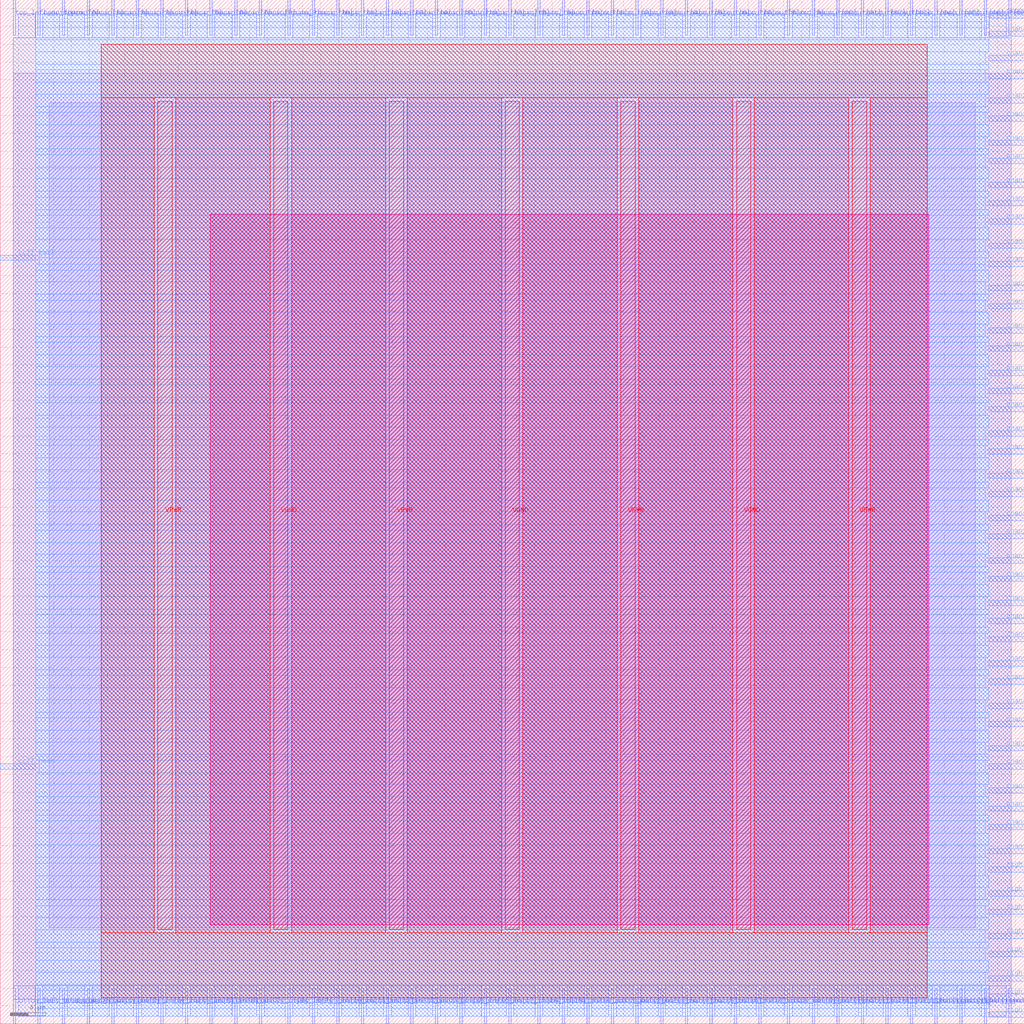
<source format=lef>
VERSION 5.7 ;
  NOWIREEXTENSIONATPIN ON ;
  DIVIDERCHAR "/" ;
  BUSBITCHARS "[]" ;
MACRO sb_0__1_
  CLASS BLOCK ;
  FOREIGN sb_0__1_ ;
  ORIGIN 0.000 0.000 ;
  SIZE 115.000 BY 115.000 ;
  PIN VGND
    DIRECTION INPUT ;
    USE GROUND ;
    PORT
      LAYER met4 ;
        RECT 30.710 10.640 32.310 103.600 ;
    END
    PORT
      LAYER met4 ;
        RECT 56.700 10.640 58.300 103.600 ;
    END
    PORT
      LAYER met4 ;
        RECT 82.690 10.640 84.290 103.600 ;
    END
  END VGND
  PIN VPWR
    DIRECTION INPUT ;
    USE POWER ;
    PORT
      LAYER met4 ;
        RECT 17.715 10.640 19.315 103.600 ;
    END
    PORT
      LAYER met4 ;
        RECT 43.705 10.640 45.305 103.600 ;
    END
    PORT
      LAYER met4 ;
        RECT 69.695 10.640 71.295 103.600 ;
    END
    PORT
      LAYER met4 ;
        RECT 95.685 10.640 97.285 103.600 ;
    END
  END VPWR
  PIN bottom_left_grid_pin_1_
    DIRECTION INPUT ;
    USE SIGNAL ;
    PORT
      LAYER met2 ;
        RECT 1.470 0.000 1.750 4.000 ;
    END
  END bottom_left_grid_pin_1_
  PIN ccff_head
    DIRECTION INPUT ;
    USE SIGNAL ;
    PORT
      LAYER met3 ;
        RECT 0.000 28.600 4.000 29.200 ;
    END
  END ccff_head
  PIN ccff_tail
    DIRECTION OUTPUT TRISTATE ;
    USE SIGNAL ;
    PORT
      LAYER met3 ;
        RECT 0.000 85.720 4.000 86.320 ;
    END
  END ccff_tail
  PIN chanx_right_in[0]
    DIRECTION INPUT ;
    USE SIGNAL ;
    PORT
      LAYER met3 ;
        RECT 111.000 19.080 115.000 19.680 ;
    END
  END chanx_right_in[0]
  PIN chanx_right_in[10]
    DIRECTION INPUT ;
    USE SIGNAL ;
    PORT
      LAYER met3 ;
        RECT 111.000 42.880 115.000 43.480 ;
    END
  END chanx_right_in[10]
  PIN chanx_right_in[11]
    DIRECTION INPUT ;
    USE SIGNAL ;
    PORT
      LAYER met3 ;
        RECT 111.000 44.920 115.000 45.520 ;
    END
  END chanx_right_in[11]
  PIN chanx_right_in[12]
    DIRECTION INPUT ;
    USE SIGNAL ;
    PORT
      LAYER met3 ;
        RECT 111.000 46.960 115.000 47.560 ;
    END
  END chanx_right_in[12]
  PIN chanx_right_in[13]
    DIRECTION INPUT ;
    USE SIGNAL ;
    PORT
      LAYER met3 ;
        RECT 111.000 49.680 115.000 50.280 ;
    END
  END chanx_right_in[13]
  PIN chanx_right_in[14]
    DIRECTION INPUT ;
    USE SIGNAL ;
    PORT
      LAYER met3 ;
        RECT 111.000 51.720 115.000 52.320 ;
    END
  END chanx_right_in[14]
  PIN chanx_right_in[15]
    DIRECTION INPUT ;
    USE SIGNAL ;
    PORT
      LAYER met3 ;
        RECT 111.000 54.440 115.000 55.040 ;
    END
  END chanx_right_in[15]
  PIN chanx_right_in[16]
    DIRECTION INPUT ;
    USE SIGNAL ;
    PORT
      LAYER met3 ;
        RECT 111.000 56.480 115.000 57.080 ;
    END
  END chanx_right_in[16]
  PIN chanx_right_in[17]
    DIRECTION INPUT ;
    USE SIGNAL ;
    PORT
      LAYER met3 ;
        RECT 111.000 59.200 115.000 59.800 ;
    END
  END chanx_right_in[17]
  PIN chanx_right_in[18]
    DIRECTION INPUT ;
    USE SIGNAL ;
    PORT
      LAYER met3 ;
        RECT 111.000 61.240 115.000 61.840 ;
    END
  END chanx_right_in[18]
  PIN chanx_right_in[19]
    DIRECTION INPUT ;
    USE SIGNAL ;
    PORT
      LAYER met3 ;
        RECT 111.000 63.960 115.000 64.560 ;
    END
  END chanx_right_in[19]
  PIN chanx_right_in[1]
    DIRECTION INPUT ;
    USE SIGNAL ;
    PORT
      LAYER met3 ;
        RECT 111.000 21.800 115.000 22.400 ;
    END
  END chanx_right_in[1]
  PIN chanx_right_in[2]
    DIRECTION INPUT ;
    USE SIGNAL ;
    PORT
      LAYER met3 ;
        RECT 111.000 23.840 115.000 24.440 ;
    END
  END chanx_right_in[2]
  PIN chanx_right_in[3]
    DIRECTION INPUT ;
    USE SIGNAL ;
    PORT
      LAYER met3 ;
        RECT 111.000 25.880 115.000 26.480 ;
    END
  END chanx_right_in[3]
  PIN chanx_right_in[4]
    DIRECTION INPUT ;
    USE SIGNAL ;
    PORT
      LAYER met3 ;
        RECT 111.000 28.600 115.000 29.200 ;
    END
  END chanx_right_in[4]
  PIN chanx_right_in[5]
    DIRECTION INPUT ;
    USE SIGNAL ;
    PORT
      LAYER met3 ;
        RECT 111.000 30.640 115.000 31.240 ;
    END
  END chanx_right_in[5]
  PIN chanx_right_in[6]
    DIRECTION INPUT ;
    USE SIGNAL ;
    PORT
      LAYER met3 ;
        RECT 111.000 33.360 115.000 33.960 ;
    END
  END chanx_right_in[6]
  PIN chanx_right_in[7]
    DIRECTION INPUT ;
    USE SIGNAL ;
    PORT
      LAYER met3 ;
        RECT 111.000 35.400 115.000 36.000 ;
    END
  END chanx_right_in[7]
  PIN chanx_right_in[8]
    DIRECTION INPUT ;
    USE SIGNAL ;
    PORT
      LAYER met3 ;
        RECT 111.000 38.120 115.000 38.720 ;
    END
  END chanx_right_in[8]
  PIN chanx_right_in[9]
    DIRECTION INPUT ;
    USE SIGNAL ;
    PORT
      LAYER met3 ;
        RECT 111.000 40.160 115.000 40.760 ;
    END
  END chanx_right_in[9]
  PIN chanx_right_out[0]
    DIRECTION OUTPUT TRISTATE ;
    USE SIGNAL ;
    PORT
      LAYER met3 ;
        RECT 111.000 66.000 115.000 66.600 ;
    END
  END chanx_right_out[0]
  PIN chanx_right_out[10]
    DIRECTION OUTPUT TRISTATE ;
    USE SIGNAL ;
    PORT
      LAYER met3 ;
        RECT 111.000 89.800 115.000 90.400 ;
    END
  END chanx_right_out[10]
  PIN chanx_right_out[11]
    DIRECTION OUTPUT TRISTATE ;
    USE SIGNAL ;
    PORT
      LAYER met3 ;
        RECT 111.000 91.840 115.000 92.440 ;
    END
  END chanx_right_out[11]
  PIN chanx_right_out[12]
    DIRECTION OUTPUT TRISTATE ;
    USE SIGNAL ;
    PORT
      LAYER met3 ;
        RECT 111.000 93.880 115.000 94.480 ;
    END
  END chanx_right_out[12]
  PIN chanx_right_out[13]
    DIRECTION OUTPUT TRISTATE ;
    USE SIGNAL ;
    PORT
      LAYER met3 ;
        RECT 111.000 96.600 115.000 97.200 ;
    END
  END chanx_right_out[13]
  PIN chanx_right_out[14]
    DIRECTION OUTPUT TRISTATE ;
    USE SIGNAL ;
    PORT
      LAYER met3 ;
        RECT 111.000 98.640 115.000 99.240 ;
    END
  END chanx_right_out[14]
  PIN chanx_right_out[15]
    DIRECTION OUTPUT TRISTATE ;
    USE SIGNAL ;
    PORT
      LAYER met3 ;
        RECT 111.000 101.360 115.000 101.960 ;
    END
  END chanx_right_out[15]
  PIN chanx_right_out[16]
    DIRECTION OUTPUT TRISTATE ;
    USE SIGNAL ;
    PORT
      LAYER met3 ;
        RECT 111.000 103.400 115.000 104.000 ;
    END
  END chanx_right_out[16]
  PIN chanx_right_out[17]
    DIRECTION OUTPUT TRISTATE ;
    USE SIGNAL ;
    PORT
      LAYER met3 ;
        RECT 111.000 106.120 115.000 106.720 ;
    END
  END chanx_right_out[17]
  PIN chanx_right_out[18]
    DIRECTION OUTPUT TRISTATE ;
    USE SIGNAL ;
    PORT
      LAYER met3 ;
        RECT 111.000 108.160 115.000 108.760 ;
    END
  END chanx_right_out[18]
  PIN chanx_right_out[19]
    DIRECTION OUTPUT TRISTATE ;
    USE SIGNAL ;
    PORT
      LAYER met3 ;
        RECT 111.000 110.880 115.000 111.480 ;
    END
  END chanx_right_out[19]
  PIN chanx_right_out[1]
    DIRECTION OUTPUT TRISTATE ;
    USE SIGNAL ;
    PORT
      LAYER met3 ;
        RECT 111.000 68.720 115.000 69.320 ;
    END
  END chanx_right_out[1]
  PIN chanx_right_out[2]
    DIRECTION OUTPUT TRISTATE ;
    USE SIGNAL ;
    PORT
      LAYER met3 ;
        RECT 111.000 70.760 115.000 71.360 ;
    END
  END chanx_right_out[2]
  PIN chanx_right_out[3]
    DIRECTION OUTPUT TRISTATE ;
    USE SIGNAL ;
    PORT
      LAYER met3 ;
        RECT 111.000 72.800 115.000 73.400 ;
    END
  END chanx_right_out[3]
  PIN chanx_right_out[4]
    DIRECTION OUTPUT TRISTATE ;
    USE SIGNAL ;
    PORT
      LAYER met3 ;
        RECT 111.000 75.520 115.000 76.120 ;
    END
  END chanx_right_out[4]
  PIN chanx_right_out[5]
    DIRECTION OUTPUT TRISTATE ;
    USE SIGNAL ;
    PORT
      LAYER met3 ;
        RECT 111.000 77.560 115.000 78.160 ;
    END
  END chanx_right_out[5]
  PIN chanx_right_out[6]
    DIRECTION OUTPUT TRISTATE ;
    USE SIGNAL ;
    PORT
      LAYER met3 ;
        RECT 111.000 80.280 115.000 80.880 ;
    END
  END chanx_right_out[6]
  PIN chanx_right_out[7]
    DIRECTION OUTPUT TRISTATE ;
    USE SIGNAL ;
    PORT
      LAYER met3 ;
        RECT 111.000 82.320 115.000 82.920 ;
    END
  END chanx_right_out[7]
  PIN chanx_right_out[8]
    DIRECTION OUTPUT TRISTATE ;
    USE SIGNAL ;
    PORT
      LAYER met3 ;
        RECT 111.000 85.040 115.000 85.640 ;
    END
  END chanx_right_out[8]
  PIN chanx_right_out[9]
    DIRECTION OUTPUT TRISTATE ;
    USE SIGNAL ;
    PORT
      LAYER met3 ;
        RECT 111.000 87.080 115.000 87.680 ;
    END
  END chanx_right_out[9]
  PIN chany_bottom_in[0]
    DIRECTION INPUT ;
    USE SIGNAL ;
    PORT
      LAYER met2 ;
        RECT 4.230 0.000 4.510 4.000 ;
    END
  END chany_bottom_in[0]
  PIN chany_bottom_in[10]
    DIRECTION INPUT ;
    USE SIGNAL ;
    PORT
      LAYER met2 ;
        RECT 32.290 0.000 32.570 4.000 ;
    END
  END chany_bottom_in[10]
  PIN chany_bottom_in[11]
    DIRECTION INPUT ;
    USE SIGNAL ;
    PORT
      LAYER met2 ;
        RECT 35.050 0.000 35.330 4.000 ;
    END
  END chany_bottom_in[11]
  PIN chany_bottom_in[12]
    DIRECTION INPUT ;
    USE SIGNAL ;
    PORT
      LAYER met2 ;
        RECT 37.810 0.000 38.090 4.000 ;
    END
  END chany_bottom_in[12]
  PIN chany_bottom_in[13]
    DIRECTION INPUT ;
    USE SIGNAL ;
    PORT
      LAYER met2 ;
        RECT 40.570 0.000 40.850 4.000 ;
    END
  END chany_bottom_in[13]
  PIN chany_bottom_in[14]
    DIRECTION INPUT ;
    USE SIGNAL ;
    PORT
      LAYER met2 ;
        RECT 43.330 0.000 43.610 4.000 ;
    END
  END chany_bottom_in[14]
  PIN chany_bottom_in[15]
    DIRECTION INPUT ;
    USE SIGNAL ;
    PORT
      LAYER met2 ;
        RECT 46.090 0.000 46.370 4.000 ;
    END
  END chany_bottom_in[15]
  PIN chany_bottom_in[16]
    DIRECTION INPUT ;
    USE SIGNAL ;
    PORT
      LAYER met2 ;
        RECT 48.850 0.000 49.130 4.000 ;
    END
  END chany_bottom_in[16]
  PIN chany_bottom_in[17]
    DIRECTION INPUT ;
    USE SIGNAL ;
    PORT
      LAYER met2 ;
        RECT 51.610 0.000 51.890 4.000 ;
    END
  END chany_bottom_in[17]
  PIN chany_bottom_in[18]
    DIRECTION INPUT ;
    USE SIGNAL ;
    PORT
      LAYER met2 ;
        RECT 54.370 0.000 54.650 4.000 ;
    END
  END chany_bottom_in[18]
  PIN chany_bottom_in[19]
    DIRECTION INPUT ;
    USE SIGNAL ;
    PORT
      LAYER met2 ;
        RECT 57.130 0.000 57.410 4.000 ;
    END
  END chany_bottom_in[19]
  PIN chany_bottom_in[1]
    DIRECTION INPUT ;
    USE SIGNAL ;
    PORT
      LAYER met2 ;
        RECT 6.990 0.000 7.270 4.000 ;
    END
  END chany_bottom_in[1]
  PIN chany_bottom_in[2]
    DIRECTION INPUT ;
    USE SIGNAL ;
    PORT
      LAYER met2 ;
        RECT 9.750 0.000 10.030 4.000 ;
    END
  END chany_bottom_in[2]
  PIN chany_bottom_in[3]
    DIRECTION INPUT ;
    USE SIGNAL ;
    PORT
      LAYER met2 ;
        RECT 12.510 0.000 12.790 4.000 ;
    END
  END chany_bottom_in[3]
  PIN chany_bottom_in[4]
    DIRECTION INPUT ;
    USE SIGNAL ;
    PORT
      LAYER met2 ;
        RECT 15.270 0.000 15.550 4.000 ;
    END
  END chany_bottom_in[4]
  PIN chany_bottom_in[5]
    DIRECTION INPUT ;
    USE SIGNAL ;
    PORT
      LAYER met2 ;
        RECT 18.030 0.000 18.310 4.000 ;
    END
  END chany_bottom_in[5]
  PIN chany_bottom_in[6]
    DIRECTION INPUT ;
    USE SIGNAL ;
    PORT
      LAYER met2 ;
        RECT 20.790 0.000 21.070 4.000 ;
    END
  END chany_bottom_in[6]
  PIN chany_bottom_in[7]
    DIRECTION INPUT ;
    USE SIGNAL ;
    PORT
      LAYER met2 ;
        RECT 23.550 0.000 23.830 4.000 ;
    END
  END chany_bottom_in[7]
  PIN chany_bottom_in[8]
    DIRECTION INPUT ;
    USE SIGNAL ;
    PORT
      LAYER met2 ;
        RECT 26.310 0.000 26.590 4.000 ;
    END
  END chany_bottom_in[8]
  PIN chany_bottom_in[9]
    DIRECTION INPUT ;
    USE SIGNAL ;
    PORT
      LAYER met2 ;
        RECT 29.070 0.000 29.350 4.000 ;
    END
  END chany_bottom_in[9]
  PIN chany_bottom_out[0]
    DIRECTION OUTPUT TRISTATE ;
    USE SIGNAL ;
    PORT
      LAYER met2 ;
        RECT 60.350 0.000 60.630 4.000 ;
    END
  END chany_bottom_out[0]
  PIN chany_bottom_out[10]
    DIRECTION OUTPUT TRISTATE ;
    USE SIGNAL ;
    PORT
      LAYER met2 ;
        RECT 88.410 0.000 88.690 4.000 ;
    END
  END chany_bottom_out[10]
  PIN chany_bottom_out[11]
    DIRECTION OUTPUT TRISTATE ;
    USE SIGNAL ;
    PORT
      LAYER met2 ;
        RECT 91.170 0.000 91.450 4.000 ;
    END
  END chany_bottom_out[11]
  PIN chany_bottom_out[12]
    DIRECTION OUTPUT TRISTATE ;
    USE SIGNAL ;
    PORT
      LAYER met2 ;
        RECT 93.930 0.000 94.210 4.000 ;
    END
  END chany_bottom_out[12]
  PIN chany_bottom_out[13]
    DIRECTION OUTPUT TRISTATE ;
    USE SIGNAL ;
    PORT
      LAYER met2 ;
        RECT 96.690 0.000 96.970 4.000 ;
    END
  END chany_bottom_out[13]
  PIN chany_bottom_out[14]
    DIRECTION OUTPUT TRISTATE ;
    USE SIGNAL ;
    PORT
      LAYER met2 ;
        RECT 99.450 0.000 99.730 4.000 ;
    END
  END chany_bottom_out[14]
  PIN chany_bottom_out[15]
    DIRECTION OUTPUT TRISTATE ;
    USE SIGNAL ;
    PORT
      LAYER met2 ;
        RECT 102.210 0.000 102.490 4.000 ;
    END
  END chany_bottom_out[15]
  PIN chany_bottom_out[16]
    DIRECTION OUTPUT TRISTATE ;
    USE SIGNAL ;
    PORT
      LAYER met2 ;
        RECT 104.970 0.000 105.250 4.000 ;
    END
  END chany_bottom_out[16]
  PIN chany_bottom_out[17]
    DIRECTION OUTPUT TRISTATE ;
    USE SIGNAL ;
    PORT
      LAYER met2 ;
        RECT 107.730 0.000 108.010 4.000 ;
    END
  END chany_bottom_out[17]
  PIN chany_bottom_out[18]
    DIRECTION OUTPUT TRISTATE ;
    USE SIGNAL ;
    PORT
      LAYER met2 ;
        RECT 110.490 0.000 110.770 4.000 ;
    END
  END chany_bottom_out[18]
  PIN chany_bottom_out[19]
    DIRECTION OUTPUT TRISTATE ;
    USE SIGNAL ;
    PORT
      LAYER met2 ;
        RECT 113.250 0.000 113.530 4.000 ;
    END
  END chany_bottom_out[19]
  PIN chany_bottom_out[1]
    DIRECTION OUTPUT TRISTATE ;
    USE SIGNAL ;
    PORT
      LAYER met2 ;
        RECT 63.110 0.000 63.390 4.000 ;
    END
  END chany_bottom_out[1]
  PIN chany_bottom_out[2]
    DIRECTION OUTPUT TRISTATE ;
    USE SIGNAL ;
    PORT
      LAYER met2 ;
        RECT 65.870 0.000 66.150 4.000 ;
    END
  END chany_bottom_out[2]
  PIN chany_bottom_out[3]
    DIRECTION OUTPUT TRISTATE ;
    USE SIGNAL ;
    PORT
      LAYER met2 ;
        RECT 68.630 0.000 68.910 4.000 ;
    END
  END chany_bottom_out[3]
  PIN chany_bottom_out[4]
    DIRECTION OUTPUT TRISTATE ;
    USE SIGNAL ;
    PORT
      LAYER met2 ;
        RECT 71.390 0.000 71.670 4.000 ;
    END
  END chany_bottom_out[4]
  PIN chany_bottom_out[5]
    DIRECTION OUTPUT TRISTATE ;
    USE SIGNAL ;
    PORT
      LAYER met2 ;
        RECT 74.150 0.000 74.430 4.000 ;
    END
  END chany_bottom_out[5]
  PIN chany_bottom_out[6]
    DIRECTION OUTPUT TRISTATE ;
    USE SIGNAL ;
    PORT
      LAYER met2 ;
        RECT 76.910 0.000 77.190 4.000 ;
    END
  END chany_bottom_out[6]
  PIN chany_bottom_out[7]
    DIRECTION OUTPUT TRISTATE ;
    USE SIGNAL ;
    PORT
      LAYER met2 ;
        RECT 79.670 0.000 79.950 4.000 ;
    END
  END chany_bottom_out[7]
  PIN chany_bottom_out[8]
    DIRECTION OUTPUT TRISTATE ;
    USE SIGNAL ;
    PORT
      LAYER met2 ;
        RECT 82.430 0.000 82.710 4.000 ;
    END
  END chany_bottom_out[8]
  PIN chany_bottom_out[9]
    DIRECTION OUTPUT TRISTATE ;
    USE SIGNAL ;
    PORT
      LAYER met2 ;
        RECT 85.190 0.000 85.470 4.000 ;
    END
  END chany_bottom_out[9]
  PIN chany_top_in[0]
    DIRECTION INPUT ;
    USE SIGNAL ;
    PORT
      LAYER met2 ;
        RECT 4.230 111.000 4.510 115.000 ;
    END
  END chany_top_in[0]
  PIN chany_top_in[10]
    DIRECTION INPUT ;
    USE SIGNAL ;
    PORT
      LAYER met2 ;
        RECT 32.290 111.000 32.570 115.000 ;
    END
  END chany_top_in[10]
  PIN chany_top_in[11]
    DIRECTION INPUT ;
    USE SIGNAL ;
    PORT
      LAYER met2 ;
        RECT 35.050 111.000 35.330 115.000 ;
    END
  END chany_top_in[11]
  PIN chany_top_in[12]
    DIRECTION INPUT ;
    USE SIGNAL ;
    PORT
      LAYER met2 ;
        RECT 37.810 111.000 38.090 115.000 ;
    END
  END chany_top_in[12]
  PIN chany_top_in[13]
    DIRECTION INPUT ;
    USE SIGNAL ;
    PORT
      LAYER met2 ;
        RECT 40.570 111.000 40.850 115.000 ;
    END
  END chany_top_in[13]
  PIN chany_top_in[14]
    DIRECTION INPUT ;
    USE SIGNAL ;
    PORT
      LAYER met2 ;
        RECT 43.330 111.000 43.610 115.000 ;
    END
  END chany_top_in[14]
  PIN chany_top_in[15]
    DIRECTION INPUT ;
    USE SIGNAL ;
    PORT
      LAYER met2 ;
        RECT 46.090 111.000 46.370 115.000 ;
    END
  END chany_top_in[15]
  PIN chany_top_in[16]
    DIRECTION INPUT ;
    USE SIGNAL ;
    PORT
      LAYER met2 ;
        RECT 48.850 111.000 49.130 115.000 ;
    END
  END chany_top_in[16]
  PIN chany_top_in[17]
    DIRECTION INPUT ;
    USE SIGNAL ;
    PORT
      LAYER met2 ;
        RECT 51.610 111.000 51.890 115.000 ;
    END
  END chany_top_in[17]
  PIN chany_top_in[18]
    DIRECTION INPUT ;
    USE SIGNAL ;
    PORT
      LAYER met2 ;
        RECT 54.370 111.000 54.650 115.000 ;
    END
  END chany_top_in[18]
  PIN chany_top_in[19]
    DIRECTION INPUT ;
    USE SIGNAL ;
    PORT
      LAYER met2 ;
        RECT 57.130 111.000 57.410 115.000 ;
    END
  END chany_top_in[19]
  PIN chany_top_in[1]
    DIRECTION INPUT ;
    USE SIGNAL ;
    PORT
      LAYER met2 ;
        RECT 6.990 111.000 7.270 115.000 ;
    END
  END chany_top_in[1]
  PIN chany_top_in[2]
    DIRECTION INPUT ;
    USE SIGNAL ;
    PORT
      LAYER met2 ;
        RECT 9.750 111.000 10.030 115.000 ;
    END
  END chany_top_in[2]
  PIN chany_top_in[3]
    DIRECTION INPUT ;
    USE SIGNAL ;
    PORT
      LAYER met2 ;
        RECT 12.510 111.000 12.790 115.000 ;
    END
  END chany_top_in[3]
  PIN chany_top_in[4]
    DIRECTION INPUT ;
    USE SIGNAL ;
    PORT
      LAYER met2 ;
        RECT 15.270 111.000 15.550 115.000 ;
    END
  END chany_top_in[4]
  PIN chany_top_in[5]
    DIRECTION INPUT ;
    USE SIGNAL ;
    PORT
      LAYER met2 ;
        RECT 18.030 111.000 18.310 115.000 ;
    END
  END chany_top_in[5]
  PIN chany_top_in[6]
    DIRECTION INPUT ;
    USE SIGNAL ;
    PORT
      LAYER met2 ;
        RECT 20.790 111.000 21.070 115.000 ;
    END
  END chany_top_in[6]
  PIN chany_top_in[7]
    DIRECTION INPUT ;
    USE SIGNAL ;
    PORT
      LAYER met2 ;
        RECT 23.550 111.000 23.830 115.000 ;
    END
  END chany_top_in[7]
  PIN chany_top_in[8]
    DIRECTION INPUT ;
    USE SIGNAL ;
    PORT
      LAYER met2 ;
        RECT 26.310 111.000 26.590 115.000 ;
    END
  END chany_top_in[8]
  PIN chany_top_in[9]
    DIRECTION INPUT ;
    USE SIGNAL ;
    PORT
      LAYER met2 ;
        RECT 29.070 111.000 29.350 115.000 ;
    END
  END chany_top_in[9]
  PIN chany_top_out[0]
    DIRECTION OUTPUT TRISTATE ;
    USE SIGNAL ;
    PORT
      LAYER met2 ;
        RECT 60.350 111.000 60.630 115.000 ;
    END
  END chany_top_out[0]
  PIN chany_top_out[10]
    DIRECTION OUTPUT TRISTATE ;
    USE SIGNAL ;
    PORT
      LAYER met2 ;
        RECT 88.410 111.000 88.690 115.000 ;
    END
  END chany_top_out[10]
  PIN chany_top_out[11]
    DIRECTION OUTPUT TRISTATE ;
    USE SIGNAL ;
    PORT
      LAYER met2 ;
        RECT 91.170 111.000 91.450 115.000 ;
    END
  END chany_top_out[11]
  PIN chany_top_out[12]
    DIRECTION OUTPUT TRISTATE ;
    USE SIGNAL ;
    PORT
      LAYER met2 ;
        RECT 93.930 111.000 94.210 115.000 ;
    END
  END chany_top_out[12]
  PIN chany_top_out[13]
    DIRECTION OUTPUT TRISTATE ;
    USE SIGNAL ;
    PORT
      LAYER met2 ;
        RECT 96.690 111.000 96.970 115.000 ;
    END
  END chany_top_out[13]
  PIN chany_top_out[14]
    DIRECTION OUTPUT TRISTATE ;
    USE SIGNAL ;
    PORT
      LAYER met2 ;
        RECT 99.450 111.000 99.730 115.000 ;
    END
  END chany_top_out[14]
  PIN chany_top_out[15]
    DIRECTION OUTPUT TRISTATE ;
    USE SIGNAL ;
    PORT
      LAYER met2 ;
        RECT 102.210 111.000 102.490 115.000 ;
    END
  END chany_top_out[15]
  PIN chany_top_out[16]
    DIRECTION OUTPUT TRISTATE ;
    USE SIGNAL ;
    PORT
      LAYER met2 ;
        RECT 104.970 111.000 105.250 115.000 ;
    END
  END chany_top_out[16]
  PIN chany_top_out[17]
    DIRECTION OUTPUT TRISTATE ;
    USE SIGNAL ;
    PORT
      LAYER met2 ;
        RECT 107.730 111.000 108.010 115.000 ;
    END
  END chany_top_out[17]
  PIN chany_top_out[18]
    DIRECTION OUTPUT TRISTATE ;
    USE SIGNAL ;
    PORT
      LAYER met2 ;
        RECT 110.490 111.000 110.770 115.000 ;
    END
  END chany_top_out[18]
  PIN chany_top_out[19]
    DIRECTION OUTPUT TRISTATE ;
    USE SIGNAL ;
    PORT
      LAYER met2 ;
        RECT 113.250 111.000 113.530 115.000 ;
    END
  END chany_top_out[19]
  PIN chany_top_out[1]
    DIRECTION OUTPUT TRISTATE ;
    USE SIGNAL ;
    PORT
      LAYER met2 ;
        RECT 63.110 111.000 63.390 115.000 ;
    END
  END chany_top_out[1]
  PIN chany_top_out[2]
    DIRECTION OUTPUT TRISTATE ;
    USE SIGNAL ;
    PORT
      LAYER met2 ;
        RECT 65.870 111.000 66.150 115.000 ;
    END
  END chany_top_out[2]
  PIN chany_top_out[3]
    DIRECTION OUTPUT TRISTATE ;
    USE SIGNAL ;
    PORT
      LAYER met2 ;
        RECT 68.630 111.000 68.910 115.000 ;
    END
  END chany_top_out[3]
  PIN chany_top_out[4]
    DIRECTION OUTPUT TRISTATE ;
    USE SIGNAL ;
    PORT
      LAYER met2 ;
        RECT 71.390 111.000 71.670 115.000 ;
    END
  END chany_top_out[4]
  PIN chany_top_out[5]
    DIRECTION OUTPUT TRISTATE ;
    USE SIGNAL ;
    PORT
      LAYER met2 ;
        RECT 74.150 111.000 74.430 115.000 ;
    END
  END chany_top_out[5]
  PIN chany_top_out[6]
    DIRECTION OUTPUT TRISTATE ;
    USE SIGNAL ;
    PORT
      LAYER met2 ;
        RECT 76.910 111.000 77.190 115.000 ;
    END
  END chany_top_out[6]
  PIN chany_top_out[7]
    DIRECTION OUTPUT TRISTATE ;
    USE SIGNAL ;
    PORT
      LAYER met2 ;
        RECT 79.670 111.000 79.950 115.000 ;
    END
  END chany_top_out[7]
  PIN chany_top_out[8]
    DIRECTION OUTPUT TRISTATE ;
    USE SIGNAL ;
    PORT
      LAYER met2 ;
        RECT 82.430 111.000 82.710 115.000 ;
    END
  END chany_top_out[8]
  PIN chany_top_out[9]
    DIRECTION OUTPUT TRISTATE ;
    USE SIGNAL ;
    PORT
      LAYER met2 ;
        RECT 85.190 111.000 85.470 115.000 ;
    END
  END chany_top_out[9]
  PIN prog_clk_0_E_in
    DIRECTION INPUT ;
    USE SIGNAL ;
    PORT
      LAYER met3 ;
        RECT 111.000 112.920 115.000 113.520 ;
    END
  END prog_clk_0_E_in
  PIN right_bottom_grid_pin_34_
    DIRECTION INPUT ;
    USE SIGNAL ;
    PORT
      LAYER met3 ;
        RECT 111.000 0.720 115.000 1.320 ;
    END
  END right_bottom_grid_pin_34_
  PIN right_bottom_grid_pin_35_
    DIRECTION INPUT ;
    USE SIGNAL ;
    PORT
      LAYER met3 ;
        RECT 111.000 2.760 115.000 3.360 ;
    END
  END right_bottom_grid_pin_35_
  PIN right_bottom_grid_pin_36_
    DIRECTION INPUT ;
    USE SIGNAL ;
    PORT
      LAYER met3 ;
        RECT 111.000 4.800 115.000 5.400 ;
    END
  END right_bottom_grid_pin_36_
  PIN right_bottom_grid_pin_37_
    DIRECTION INPUT ;
    USE SIGNAL ;
    PORT
      LAYER met3 ;
        RECT 111.000 7.520 115.000 8.120 ;
    END
  END right_bottom_grid_pin_37_
  PIN right_bottom_grid_pin_38_
    DIRECTION INPUT ;
    USE SIGNAL ;
    PORT
      LAYER met3 ;
        RECT 111.000 9.560 115.000 10.160 ;
    END
  END right_bottom_grid_pin_38_
  PIN right_bottom_grid_pin_39_
    DIRECTION INPUT ;
    USE SIGNAL ;
    PORT
      LAYER met3 ;
        RECT 111.000 12.280 115.000 12.880 ;
    END
  END right_bottom_grid_pin_39_
  PIN right_bottom_grid_pin_40_
    DIRECTION INPUT ;
    USE SIGNAL ;
    PORT
      LAYER met3 ;
        RECT 111.000 14.320 115.000 14.920 ;
    END
  END right_bottom_grid_pin_40_
  PIN right_bottom_grid_pin_41_
    DIRECTION INPUT ;
    USE SIGNAL ;
    PORT
      LAYER met3 ;
        RECT 111.000 17.040 115.000 17.640 ;
    END
  END right_bottom_grid_pin_41_
  PIN top_left_grid_pin_1_
    DIRECTION INPUT ;
    USE SIGNAL ;
    PORT
      LAYER met2 ;
        RECT 1.470 111.000 1.750 115.000 ;
    END
  END top_left_grid_pin_1_
  OBS
      LAYER li1 ;
        RECT 5.520 10.795 109.480 103.445 ;
      LAYER met1 ;
        RECT 1.450 2.760 113.550 106.720 ;
      LAYER met2 ;
        RECT 2.030 110.720 3.950 113.405 ;
        RECT 4.790 110.720 6.710 113.405 ;
        RECT 7.550 110.720 9.470 113.405 ;
        RECT 10.310 110.720 12.230 113.405 ;
        RECT 13.070 110.720 14.990 113.405 ;
        RECT 15.830 110.720 17.750 113.405 ;
        RECT 18.590 110.720 20.510 113.405 ;
        RECT 21.350 110.720 23.270 113.405 ;
        RECT 24.110 110.720 26.030 113.405 ;
        RECT 26.870 110.720 28.790 113.405 ;
        RECT 29.630 110.720 32.010 113.405 ;
        RECT 32.850 110.720 34.770 113.405 ;
        RECT 35.610 110.720 37.530 113.405 ;
        RECT 38.370 110.720 40.290 113.405 ;
        RECT 41.130 110.720 43.050 113.405 ;
        RECT 43.890 110.720 45.810 113.405 ;
        RECT 46.650 110.720 48.570 113.405 ;
        RECT 49.410 110.720 51.330 113.405 ;
        RECT 52.170 110.720 54.090 113.405 ;
        RECT 54.930 110.720 56.850 113.405 ;
        RECT 57.690 110.720 60.070 113.405 ;
        RECT 60.910 110.720 62.830 113.405 ;
        RECT 63.670 110.720 65.590 113.405 ;
        RECT 66.430 110.720 68.350 113.405 ;
        RECT 69.190 110.720 71.110 113.405 ;
        RECT 71.950 110.720 73.870 113.405 ;
        RECT 74.710 110.720 76.630 113.405 ;
        RECT 77.470 110.720 79.390 113.405 ;
        RECT 80.230 110.720 82.150 113.405 ;
        RECT 82.990 110.720 84.910 113.405 ;
        RECT 85.750 110.720 88.130 113.405 ;
        RECT 88.970 110.720 90.890 113.405 ;
        RECT 91.730 110.720 93.650 113.405 ;
        RECT 94.490 110.720 96.410 113.405 ;
        RECT 97.250 110.720 99.170 113.405 ;
        RECT 100.010 110.720 101.930 113.405 ;
        RECT 102.770 110.720 104.690 113.405 ;
        RECT 105.530 110.720 107.450 113.405 ;
        RECT 108.290 110.720 110.210 113.405 ;
        RECT 111.050 110.720 112.970 113.405 ;
        RECT 1.480 4.280 113.520 110.720 ;
        RECT 2.030 0.835 3.950 4.280 ;
        RECT 4.790 0.835 6.710 4.280 ;
        RECT 7.550 0.835 9.470 4.280 ;
        RECT 10.310 0.835 12.230 4.280 ;
        RECT 13.070 0.835 14.990 4.280 ;
        RECT 15.830 0.835 17.750 4.280 ;
        RECT 18.590 0.835 20.510 4.280 ;
        RECT 21.350 0.835 23.270 4.280 ;
        RECT 24.110 0.835 26.030 4.280 ;
        RECT 26.870 0.835 28.790 4.280 ;
        RECT 29.630 0.835 32.010 4.280 ;
        RECT 32.850 0.835 34.770 4.280 ;
        RECT 35.610 0.835 37.530 4.280 ;
        RECT 38.370 0.835 40.290 4.280 ;
        RECT 41.130 0.835 43.050 4.280 ;
        RECT 43.890 0.835 45.810 4.280 ;
        RECT 46.650 0.835 48.570 4.280 ;
        RECT 49.410 0.835 51.330 4.280 ;
        RECT 52.170 0.835 54.090 4.280 ;
        RECT 54.930 0.835 56.850 4.280 ;
        RECT 57.690 0.835 60.070 4.280 ;
        RECT 60.910 0.835 62.830 4.280 ;
        RECT 63.670 0.835 65.590 4.280 ;
        RECT 66.430 0.835 68.350 4.280 ;
        RECT 69.190 0.835 71.110 4.280 ;
        RECT 71.950 0.835 73.870 4.280 ;
        RECT 74.710 0.835 76.630 4.280 ;
        RECT 77.470 0.835 79.390 4.280 ;
        RECT 80.230 0.835 82.150 4.280 ;
        RECT 82.990 0.835 84.910 4.280 ;
        RECT 85.750 0.835 88.130 4.280 ;
        RECT 88.970 0.835 90.890 4.280 ;
        RECT 91.730 0.835 93.650 4.280 ;
        RECT 94.490 0.835 96.410 4.280 ;
        RECT 97.250 0.835 99.170 4.280 ;
        RECT 100.010 0.835 101.930 4.280 ;
        RECT 102.770 0.835 104.690 4.280 ;
        RECT 105.530 0.835 107.450 4.280 ;
        RECT 108.290 0.835 110.210 4.280 ;
        RECT 111.050 0.835 112.970 4.280 ;
      LAYER met3 ;
        RECT 4.000 112.520 110.600 113.385 ;
        RECT 4.000 111.880 111.000 112.520 ;
        RECT 4.000 110.480 110.600 111.880 ;
        RECT 4.000 109.160 111.000 110.480 ;
        RECT 4.000 107.760 110.600 109.160 ;
        RECT 4.000 107.120 111.000 107.760 ;
        RECT 4.000 105.720 110.600 107.120 ;
        RECT 4.000 104.400 111.000 105.720 ;
        RECT 4.000 103.000 110.600 104.400 ;
        RECT 4.000 102.360 111.000 103.000 ;
        RECT 4.000 100.960 110.600 102.360 ;
        RECT 4.000 99.640 111.000 100.960 ;
        RECT 4.000 98.240 110.600 99.640 ;
        RECT 4.000 97.600 111.000 98.240 ;
        RECT 4.000 96.200 110.600 97.600 ;
        RECT 4.000 94.880 111.000 96.200 ;
        RECT 4.000 93.480 110.600 94.880 ;
        RECT 4.000 92.840 111.000 93.480 ;
        RECT 4.000 91.440 110.600 92.840 ;
        RECT 4.000 90.800 111.000 91.440 ;
        RECT 4.000 89.400 110.600 90.800 ;
        RECT 4.000 88.080 111.000 89.400 ;
        RECT 4.000 86.720 110.600 88.080 ;
        RECT 4.400 86.680 110.600 86.720 ;
        RECT 4.400 86.040 111.000 86.680 ;
        RECT 4.400 85.320 110.600 86.040 ;
        RECT 4.000 84.640 110.600 85.320 ;
        RECT 4.000 83.320 111.000 84.640 ;
        RECT 4.000 81.920 110.600 83.320 ;
        RECT 4.000 81.280 111.000 81.920 ;
        RECT 4.000 79.880 110.600 81.280 ;
        RECT 4.000 78.560 111.000 79.880 ;
        RECT 4.000 77.160 110.600 78.560 ;
        RECT 4.000 76.520 111.000 77.160 ;
        RECT 4.000 75.120 110.600 76.520 ;
        RECT 4.000 73.800 111.000 75.120 ;
        RECT 4.000 72.400 110.600 73.800 ;
        RECT 4.000 71.760 111.000 72.400 ;
        RECT 4.000 70.360 110.600 71.760 ;
        RECT 4.000 69.720 111.000 70.360 ;
        RECT 4.000 68.320 110.600 69.720 ;
        RECT 4.000 67.000 111.000 68.320 ;
        RECT 4.000 65.600 110.600 67.000 ;
        RECT 4.000 64.960 111.000 65.600 ;
        RECT 4.000 63.560 110.600 64.960 ;
        RECT 4.000 62.240 111.000 63.560 ;
        RECT 4.000 60.840 110.600 62.240 ;
        RECT 4.000 60.200 111.000 60.840 ;
        RECT 4.000 58.800 110.600 60.200 ;
        RECT 4.000 57.480 111.000 58.800 ;
        RECT 4.000 56.080 110.600 57.480 ;
        RECT 4.000 55.440 111.000 56.080 ;
        RECT 4.000 54.040 110.600 55.440 ;
        RECT 4.000 52.720 111.000 54.040 ;
        RECT 4.000 51.320 110.600 52.720 ;
        RECT 4.000 50.680 111.000 51.320 ;
        RECT 4.000 49.280 110.600 50.680 ;
        RECT 4.000 47.960 111.000 49.280 ;
        RECT 4.000 46.560 110.600 47.960 ;
        RECT 4.000 45.920 111.000 46.560 ;
        RECT 4.000 44.520 110.600 45.920 ;
        RECT 4.000 43.880 111.000 44.520 ;
        RECT 4.000 42.480 110.600 43.880 ;
        RECT 4.000 41.160 111.000 42.480 ;
        RECT 4.000 39.760 110.600 41.160 ;
        RECT 4.000 39.120 111.000 39.760 ;
        RECT 4.000 37.720 110.600 39.120 ;
        RECT 4.000 36.400 111.000 37.720 ;
        RECT 4.000 35.000 110.600 36.400 ;
        RECT 4.000 34.360 111.000 35.000 ;
        RECT 4.000 32.960 110.600 34.360 ;
        RECT 4.000 31.640 111.000 32.960 ;
        RECT 4.000 30.240 110.600 31.640 ;
        RECT 4.000 29.600 111.000 30.240 ;
        RECT 4.400 28.200 110.600 29.600 ;
        RECT 4.000 26.880 111.000 28.200 ;
        RECT 4.000 25.480 110.600 26.880 ;
        RECT 4.000 24.840 111.000 25.480 ;
        RECT 4.000 23.440 110.600 24.840 ;
        RECT 4.000 22.800 111.000 23.440 ;
        RECT 4.000 21.400 110.600 22.800 ;
        RECT 4.000 20.080 111.000 21.400 ;
        RECT 4.000 18.680 110.600 20.080 ;
        RECT 4.000 18.040 111.000 18.680 ;
        RECT 4.000 16.640 110.600 18.040 ;
        RECT 4.000 15.320 111.000 16.640 ;
        RECT 4.000 13.920 110.600 15.320 ;
        RECT 4.000 13.280 111.000 13.920 ;
        RECT 4.000 11.880 110.600 13.280 ;
        RECT 4.000 10.560 111.000 11.880 ;
        RECT 4.000 9.160 110.600 10.560 ;
        RECT 4.000 8.520 111.000 9.160 ;
        RECT 4.000 7.120 110.600 8.520 ;
        RECT 4.000 5.800 111.000 7.120 ;
        RECT 4.000 4.400 110.600 5.800 ;
        RECT 4.000 3.760 111.000 4.400 ;
        RECT 4.000 2.360 110.600 3.760 ;
        RECT 4.000 1.720 111.000 2.360 ;
        RECT 4.000 0.855 110.600 1.720 ;
      LAYER met4 ;
        RECT 11.335 104.000 104.090 109.985 ;
        RECT 11.335 10.240 17.315 104.000 ;
        RECT 19.715 10.240 30.310 104.000 ;
        RECT 32.710 10.240 43.305 104.000 ;
        RECT 45.705 10.240 56.300 104.000 ;
        RECT 58.700 10.240 69.295 104.000 ;
        RECT 71.695 10.240 82.290 104.000 ;
        RECT 84.690 10.240 95.285 104.000 ;
        RECT 97.685 10.240 104.090 104.000 ;
        RECT 11.335 2.895 104.090 10.240 ;
      LAYER met5 ;
        RECT 23.580 11.100 104.300 90.900 ;
  END
END sb_0__1_
END LIBRARY


</source>
